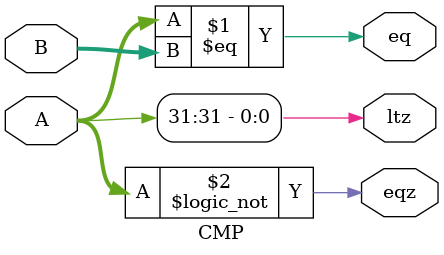
<source format=v>
`timescale 1ns / 1ps
module CMP(
    input [31:0] A,
    input [31:0] B,
    output eq,		// A == B
    output eqz,		// equal 0
    output ltz		// less then 0
    );
	assign eq = (A == B);
	assign eqz = (A == 0);
	assign ltz = A[31];


endmodule

</source>
